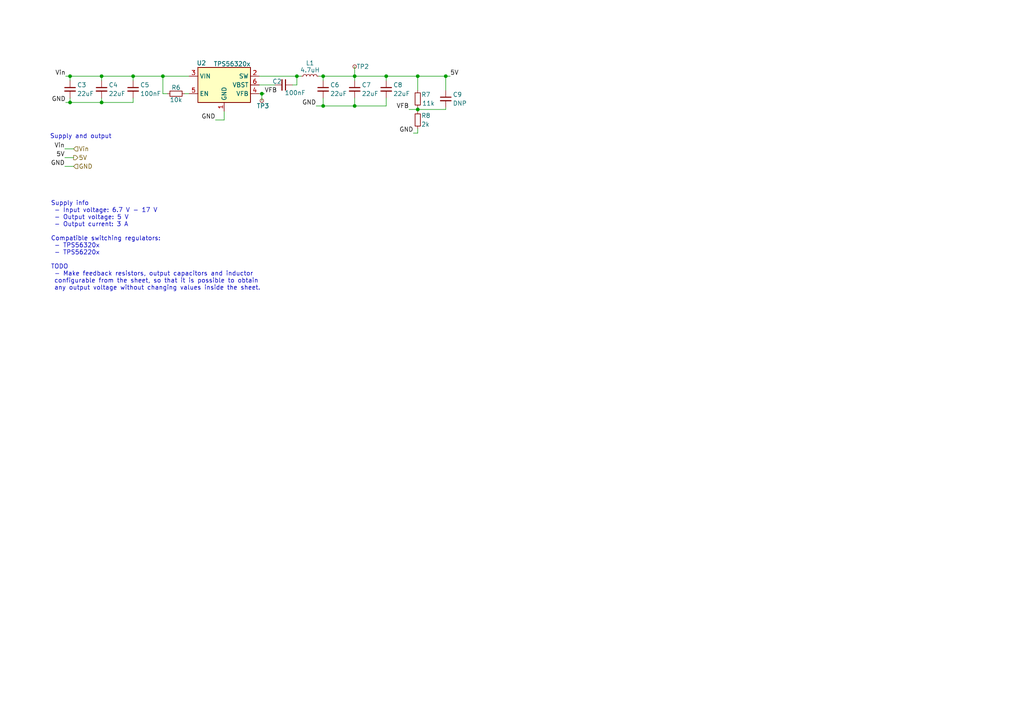
<source format=kicad_sch>
(kicad_sch (version 20211123) (generator eeschema)
  (paper "A4")
  (lib_symbols
    (symbol "CL_Regulator_Switching:TPS56320x"
      (property "Reference" "U" (at -7.62 6.35 0))
      (property "Value" "TPS56320x" (at -2.54 6.35 0))
      (symbol "TPS56320x_0_1"
        (rectangle (start -7.62 5.08) (end 7.62 -5.08) (stroke (width 0.254)) (fill (type background)))
      )
      (symbol "TPS56320x_1_1"
        (pin power_in line (at 0 -7.62 90) (length 2.54) (name "GND") (number "1"))
        (pin output line (at 10.16 2.54 180) (length 2.54) (name "SW") (number "2"))
        (pin power_in line (at -10.16 2.54 0) (length 2.54) (name "VIN") (number "3"))
        (pin input line (at 10.16 -2.54 180) (length 2.54) (name "VFB") (number "4"))
        (pin input line (at -10.16 -2.54 0) (length 2.54) (name "EN") (number "5"))
        (pin passive line (at 10.16 0 180) (length 2.54) (name "VBST") (number "6"))
      )
    )
    (symbol "Connector:TestPoint_Small" (pin_numbers hide) (pin_names (offset 0.762) hide)
      (property "Reference" "TP" (at 0 3.81 0))
      (property "Value" "TestPoint_Small" (at 0 2.032 0))
      (symbol "TestPoint_Small_0_1"
        (circle (center 0 0) (radius 0.508))
      )
      (symbol "TestPoint_Small_1_1"
        (pin passive line (at 0 0 90) (length 0) (name "1") (number "1"))
      )
    )
    (symbol "Device:C_Small" (pin_numbers hide) (pin_names (offset 0.254) hide)
      (property "Reference" "C" (at 0.254 1.778 0))
      (property "Value" "C_Small" (at 0.254 -2.032 0))
      (symbol "C_Small_0_1"
        (polyline (pts (xy -1.524 -0.508) (xy 1.524 -0.508)) (stroke (width 0.3302)))
        (polyline (pts (xy -1.524 0.508) (xy 1.524 0.508)) (stroke (width 0.3048)))
      )
      (symbol "C_Small_1_1"
        (pin passive line (at 0 2.54 270) (length 2.032) (name "~") (number "1"))
        (pin passive line (at 0 -2.54 90) (length 2.032) (name "~") (number "2"))
      )
    )
    (symbol "Device:L_Small" (pin_numbers hide) (pin_names (offset 0.254) hide)
      (property "Reference" "L" (at 0.762 1.016 0))
      (property "Value" "L_Small" (at 0.762 -1.016 0))
      (symbol "L_Small_0_1"
        (arc (start 0 -2.032) (mid 0.508 -1.524) (end 0 -1.016))
        (arc (start 0 -1.016) (mid 0.508 -0.508) (end 0 0))
        (arc (start 0 0) (mid 0.508 0.508) (end 0 1.016))
        (arc (start 0 1.016) (mid 0.508 1.524) (end 0 2.032))
      )
      (symbol "L_Small_1_1"
        (pin passive line (at 0 2.54 270) (length 0.508) (name "~") (number "1"))
        (pin passive line (at 0 -2.54 90) (length 0.508) (name "~") (number "2"))
      )
    )
    (symbol "Device:R_Small" (pin_numbers hide) (pin_names (offset 0.254) hide)
      (property "Reference" "R" (at 0.762 0.508 0))
      (property "Value" "R_Small" (at 0.762 -1.016 0))
      (symbol "R_Small_0_1"
        (rectangle (start -0.762 1.778) (end 0.762 -1.778) (stroke (width 0.2032)))
      )
      (symbol "R_Small_1_1"
        (pin passive line (at 0 2.54 270) (length 0.762) (name "~") (number "1"))
        (pin passive line (at 0 -2.54 90) (length 0.762) (name "~") (number "2"))
      )
    )
  )
  (junction (at 121.158 22.098))
  (junction (at 93.726 30.734))
  (junction (at 75.946 27.178))
  (junction (at 29.464 29.718))
  (junction (at 20.32 22.098))
  (junction (at 102.87 22.098))
  (junction (at 47.244 22.098))
  (junction (at 93.726 22.098))
  (junction (at 86.106 22.098))
  (junction (at 102.87 30.734))
  (junction (at 29.464 22.098))
  (junction (at 38.608 22.098))
  (junction (at 129.286 22.098))
  (junction (at 20.32 29.718))
  (junction (at 112.014 22.098))
  (junction (at 121.158 31.75))
  (wire (pts (xy 129.286 26.162) (xy 129.286 22.098)))
  (wire (pts (xy 129.286 22.098) (xy 130.556 22.098)))
  (wire (pts (xy 62.484 34.798) (xy 65.024 34.798)))
  (wire (pts (xy 112.014 22.098) (xy 102.87 22.098)))
  (wire (pts (xy 112.014 23.368) (xy 112.014 22.098)))
  (wire (pts (xy 121.158 38.608) (xy 121.158 37.338)))
  (wire (pts (xy 75.184 22.098) (xy 86.106 22.098)))
  (wire (pts (xy 92.456 22.098) (xy 93.726 22.098)))
  (wire (pts (xy 47.244 22.098) (xy 38.608 22.098)))
  (wire (pts (xy 112.014 28.448) (xy 112.014 30.734)))
  (wire (pts (xy 65.024 34.798) (xy 65.024 32.258)))
  (wire (pts (xy 102.87 19.304) (xy 102.87 22.098)))
  (wire (pts (xy 102.87 22.098) (xy 93.726 22.098)))
  (wire (pts (xy 112.014 30.734) (xy 102.87 30.734)))
  (wire (pts (xy 76.708 27.178) (xy 75.946 27.178)))
  (wire (pts (xy 38.608 22.098) (xy 38.608 23.368)))
  (wire (pts (xy 93.726 22.098) (xy 93.726 23.368)))
  (wire (pts (xy 20.32 29.718) (xy 29.464 29.718)))
  (wire (pts (xy 20.32 22.098) (xy 20.32 23.368)))
  (wire (pts (xy 129.286 31.242) (xy 129.286 31.75)))
  (wire (pts (xy 121.158 31.75) (xy 121.158 32.258)))
  (wire (pts (xy 75.946 27.178) (xy 75.184 27.178)))
  (wire (pts (xy 53.594 27.178) (xy 54.864 27.178)))
  (wire (pts (xy 84.836 24.638) (xy 86.106 24.638)))
  (wire (pts (xy 48.514 27.178) (xy 47.244 27.178)))
  (wire (pts (xy 54.864 22.098) (xy 47.244 22.098)))
  (wire (pts (xy 38.608 29.718) (xy 38.608 28.448)))
  (wire (pts (xy 119.888 38.608) (xy 121.158 38.608)))
  (wire (pts (xy 102.87 28.448) (xy 102.87 30.734)))
  (wire (pts (xy 29.464 22.098) (xy 20.32 22.098)))
  (wire (pts (xy 75.946 27.178) (xy 75.946 29.21)))
  (wire (pts (xy 19.05 22.098) (xy 20.32 22.098)))
  (wire (pts (xy 18.796 45.72) (xy 21.336 45.72)))
  (wire (pts (xy 91.694 30.734) (xy 93.726 30.734)))
  (wire (pts (xy 18.796 48.26) (xy 21.336 48.26)))
  (wire (pts (xy 112.014 22.098) (xy 121.158 22.098)))
  (wire (pts (xy 29.464 29.718) (xy 38.608 29.718)))
  (wire (pts (xy 18.796 43.18) (xy 21.336 43.18)))
  (wire (pts (xy 102.87 22.098) (xy 102.87 23.368)))
  (wire (pts (xy 47.244 27.178) (xy 47.244 22.098)))
  (wire (pts (xy 129.286 22.098) (xy 121.158 22.098)))
  (wire (pts (xy 19.05 29.718) (xy 20.32 29.718)))
  (wire (pts (xy 129.286 31.75) (xy 121.158 31.75)))
  (wire (pts (xy 29.464 22.098) (xy 29.464 23.368)))
  (wire (pts (xy 86.106 22.098) (xy 87.376 22.098)))
  (wire (pts (xy 118.618 31.75) (xy 121.158 31.75)))
  (wire (pts (xy 102.87 30.734) (xy 93.726 30.734)))
  (wire (pts (xy 29.464 28.448) (xy 29.464 29.718)))
  (wire (pts (xy 121.158 22.098) (xy 121.158 26.162)))
  (wire (pts (xy 20.32 28.448) (xy 20.32 29.718)))
  (wire (pts (xy 121.158 31.242) (xy 121.158 31.75)))
  (wire (pts (xy 86.106 24.638) (xy 86.106 22.098)))
  (wire (pts (xy 75.184 24.638) (xy 79.756 24.638)))
  (wire (pts (xy 38.608 22.098) (xy 29.464 22.098)))
  (wire (pts (xy 93.726 30.734) (xy 93.726 28.448)))
  (text "Supply info\n - Input voltage: 6.7 V - 17 V\n - Output voltage: 5 V\n - Output current: 3 A\n\nCompatible switching regulators:\n - TPS56320x\n - TPS56220x\n\nTODO\n - Make feedback resistors, output capacitors and inductor \n configurable from the sheet, so that it is possible to obtain\n any output voltage without changing values inside the sheet." (at 14.732 84.328 0) (effects (font (size 1.27 1.27)) (justify left bottom)))
  (text "Supply and output" (at 14.478 40.386 0) (effects (font (size 1.27 1.27)) (justify left bottom)))
  (label "5V" (at 130.556 22.098 0))
  (label "Vin" (at 18.796 43.18 180))
  (label "GND" (at 62.484 34.798 180))
  (label "GND" (at 18.796 48.26 180))
  (label "VFB" (at 118.618 31.75 180))
  (label "5V" (at 18.796 45.72 180))
  (label "VFB" (at 76.708 27.178 0))
  (label "GND" (at 19.05 29.718 180))
  (label "GND" (at 91.694 30.734 180))
  (label "GND" (at 119.888 38.608 180))
  (label "Vin" (at 19.05 22.098 180))
  (hierarchical_label "Vin" (shape input) (at 21.336 43.18 0))
  (hierarchical_label "GND" (shape input) (at 21.336 48.26 0))
  (hierarchical_label "5V" (shape output) (at 21.336 45.72 0))
  (symbol (lib_id "Device:C_Small") (at 129.286 28.702 0) (unit 1)
    (property "Reference" "C9" (at 131.318 27.432 0) (effects (justify left)))
    (property "Value" "DNP" (at 131.318 29.972 0) (effects (justify left)))
    (property "Footprint" "Capacitor_SMD:C_0805_2012Metric_Pad1.18x1.45mm_HandSolder" (effects hide))
  )
  (symbol (lib_id "Device:R_Small") (at 51.054 27.178 270) (unit 1)
    (property "Reference" "R6" (at 51.054 25.4 90))
    (property "Value" "10k" (at 51.054 28.956 90))
    (property "Footprint" "Resistor_SMD:R_0805_2012Metric_Pad1.20x1.40mm_HandSolder" (effects hide))
  )
  (symbol (lib_id "Device:R_Small") (at 121.158 28.702 0) (unit 1)
    (property "Reference" "R7" (at 122.174 27.432 0) (effects (justify left)))
    (property "Value" "11k" (at 122.428 29.972 0) (effects (justify left)))
    (property "Footprint" "Resistor_SMD:R_0805_2012Metric_Pad1.20x1.40mm_HandSolder" (effects hide))
  )
  (symbol (lib_id "Device:C_Small") (at 102.87 25.908 0) (unit 1)
    (property "Reference" "C7" (at 104.902 24.638 0) (effects (justify left)))
    (property "Value" "22uF" (at 104.902 27.178 0) (effects (justify left)))
    (property "Footprint" "Capacitor_SMD:C_0805_2012Metric_Pad1.18x1.45mm_HandSolder" (effects hide))
  )
  (symbol (lib_id "Device:C_Small") (at 29.464 25.908 0) (unit 1)
    (property "Reference" "C4" (at 31.496 24.638 0) (effects (justify left)))
    (property "Value" "22uF" (at 31.496 27.178 0) (effects (justify left)))
    (property "Footprint" "Capacitor_SMD:C_0805_2012Metric_Pad1.18x1.45mm_HandSolder" (effects hide))
  )
  (symbol (lib_id "Device:C_Small") (at 20.32 25.908 0) (unit 1)
    (property "Reference" "C3" (at 22.352 24.638 0) (effects (justify left)))
    (property "Value" "22uF" (at 22.352 27.178 0) (effects (justify left)))
    (property "Footprint" "Capacitor_SMD:C_0805_2012Metric_Pad1.18x1.45mm_HandSolder" (effects hide))
  )
  (symbol (lib_id "Device:C_Small") (at 38.608 25.908 0) (unit 1)
    (property "Reference" "C5" (at 40.64 24.638 0) (effects (justify left)))
    (property "Value" "100nF" (at 40.64 27.178 0) (effects (justify left)))
    (property "Footprint" "Capacitor_SMD:C_0805_2012Metric_Pad1.18x1.45mm_HandSolder" (effects hide))
  )
  (symbol (lib_id "Device:R_Small") (at 121.158 34.798 0) (unit 1)
    (property "Reference" "R8" (at 122.174 33.528 0) (effects (justify left)))
    (property "Value" "2k" (at 122.174 36.068 0) (effects (justify left)))
    (property "Footprint" "Resistor_SMD:R_0805_2012Metric_Pad1.20x1.40mm_HandSolder" (effects hide))
  )
  (symbol (lib_id "CL_Regulator_Switching:TPS56320x") (at 65.024 24.638 0) (unit 1)
    (property "Reference" "U2" (at 58.42 18.288 0))
    (property "Value" "TPS56320x" (at 67.31 18.542 0))
    (property "Footprint" "Package_TO_SOT_SMD:SOT-23-6" (effects hide))
    (property "Datasheet" "https://www.ti.com/lit/ds/symlink/tps563208.pdf" (effects hide))
  )
  (symbol (lib_id "Device:C_Small") (at 93.726 25.908 0) (unit 1)
    (property "Reference" "C6" (at 95.758 24.638 0) (effects (justify left)))
    (property "Value" "22uF" (at 95.758 27.178 0) (effects (justify left)))
    (property "Footprint" "Capacitor_SMD:C_0805_2012Metric_Pad1.18x1.45mm_HandSolder" (effects hide))
  )
  (symbol (lib_id "Device:C_Small") (at 112.014 25.908 0) (unit 1)
    (property "Reference" "C8" (at 114.046 24.638 0) (effects (justify left)))
    (property "Value" "22uF" (at 114.046 27.178 0) (effects (justify left)))
    (property "Footprint" "Capacitor_SMD:C_0805_2012Metric_Pad1.18x1.45mm_HandSolder" (effects hide))
  )
  (symbol (lib_id "Connector:TestPoint_Small") (at 102.87 19.304 0) (unit 1)
    (property "Reference" "TP2" (at 103.378 19.304 0) (effects (justify left)))
    (property "Value" "TestPoint_Small" (effects hide))
    (property "Footprint" "TestPoint:TestPoint_Pad_2.0x2.0mm" (effects hide))
  )
  (symbol (lib_id "Device:C_Small") (at 82.296 24.638 270) (unit 1)
    (property "Reference" "C2" (at 78.994 23.622 90) (effects (justify left)))
    (property "Value" "100nF" (at 82.55 26.924 90) (effects (justify left)))
    (property "Footprint" "Capacitor_SMD:C_0805_2012Metric_Pad1.18x1.45mm_HandSolder" (effects hide))
  )
  (symbol (lib_id "Device:L_Small") (at 89.916 22.098 90) (unit 1)
    (property "Reference" "L1" (at 89.916 18.288 90))
    (property "Value" "4.7uH" (at 89.916 20.32 90))
    (property "Footprint" "Inductor_SMD:L_Bourns_SRP7028A_7.3x6.6mm" (effects hide))
    (property "Datasheet" "https://www.bourns.com/docs/product-datasheets/srp7028a.pdf" (effects hide))
  )
  (symbol (lib_id "Connector:TestPoint_Small") (at 75.946 29.21 0) (unit 1)
    (property "Reference" "TP3" (at 74.422 30.734 0) (effects (justify left)))
    (property "Value" "TestPoint_Small" (effects hide))
    (property "Footprint" "TestPoint:TestPoint_Pad_2.0x2.0mm" (effects hide))
  )
)
</source>
